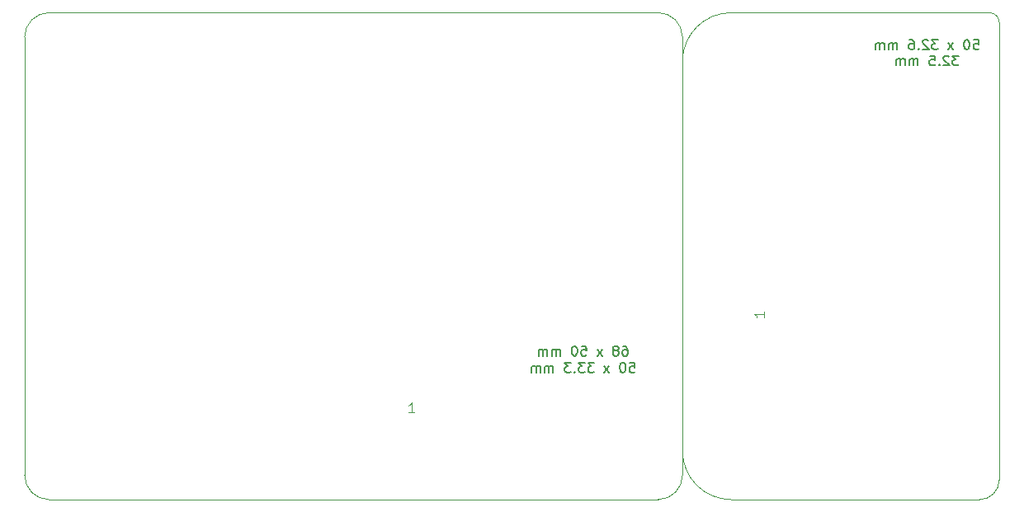
<source format=gbo>
G04 #@! TF.GenerationSoftware,KiCad,Pcbnew,(5.1.4)-1*
G04 #@! TF.CreationDate,2020-01-01T20:20:34-05:00*
G04 #@! TF.ProjectId,Board,426f6172-642e-46b6-9963-61645f706362,rev?*
G04 #@! TF.SameCoordinates,Original*
G04 #@! TF.FileFunction,Legend,Bot*
G04 #@! TF.FilePolarity,Positive*
%FSLAX46Y46*%
G04 Gerber Fmt 4.6, Leading zero omitted, Abs format (unit mm)*
G04 Created by KiCad (PCBNEW (5.1.4)-1) date 2020-01-01 20:20:34*
%MOMM*%
%LPD*%
G04 APERTURE LIST*
%ADD10C,0.150000*%
%ADD11C,0.200000*%
%ADD12C,0.050000*%
G04 APERTURE END LIST*
D10*
X192685714Y-61127380D02*
X193161904Y-61127380D01*
X193209523Y-61603571D01*
X193161904Y-61555952D01*
X193066666Y-61508333D01*
X192828571Y-61508333D01*
X192733333Y-61555952D01*
X192685714Y-61603571D01*
X192638095Y-61698809D01*
X192638095Y-61936904D01*
X192685714Y-62032142D01*
X192733333Y-62079761D01*
X192828571Y-62127380D01*
X193066666Y-62127380D01*
X193161904Y-62079761D01*
X193209523Y-62032142D01*
X192019047Y-61127380D02*
X191923809Y-61127380D01*
X191828571Y-61175000D01*
X191780952Y-61222619D01*
X191733333Y-61317857D01*
X191685714Y-61508333D01*
X191685714Y-61746428D01*
X191733333Y-61936904D01*
X191780952Y-62032142D01*
X191828571Y-62079761D01*
X191923809Y-62127380D01*
X192019047Y-62127380D01*
X192114285Y-62079761D01*
X192161904Y-62032142D01*
X192209523Y-61936904D01*
X192257142Y-61746428D01*
X192257142Y-61508333D01*
X192209523Y-61317857D01*
X192161904Y-61222619D01*
X192114285Y-61175000D01*
X192019047Y-61127380D01*
X190590476Y-62127380D02*
X190066666Y-61460714D01*
X190590476Y-61460714D02*
X190066666Y-62127380D01*
X189019047Y-61127380D02*
X188400000Y-61127380D01*
X188733333Y-61508333D01*
X188590476Y-61508333D01*
X188495238Y-61555952D01*
X188447619Y-61603571D01*
X188400000Y-61698809D01*
X188400000Y-61936904D01*
X188447619Y-62032142D01*
X188495238Y-62079761D01*
X188590476Y-62127380D01*
X188876190Y-62127380D01*
X188971428Y-62079761D01*
X189019047Y-62032142D01*
X188019047Y-61222619D02*
X187971428Y-61175000D01*
X187876190Y-61127380D01*
X187638095Y-61127380D01*
X187542857Y-61175000D01*
X187495238Y-61222619D01*
X187447619Y-61317857D01*
X187447619Y-61413095D01*
X187495238Y-61555952D01*
X188066666Y-62127380D01*
X187447619Y-62127380D01*
X187019047Y-62032142D02*
X186971428Y-62079761D01*
X187019047Y-62127380D01*
X187066666Y-62079761D01*
X187019047Y-62032142D01*
X187019047Y-62127380D01*
X186114285Y-61127380D02*
X186304761Y-61127380D01*
X186400000Y-61175000D01*
X186447619Y-61222619D01*
X186542857Y-61365476D01*
X186590476Y-61555952D01*
X186590476Y-61936904D01*
X186542857Y-62032142D01*
X186495238Y-62079761D01*
X186400000Y-62127380D01*
X186209523Y-62127380D01*
X186114285Y-62079761D01*
X186066666Y-62032142D01*
X186019047Y-61936904D01*
X186019047Y-61698809D01*
X186066666Y-61603571D01*
X186114285Y-61555952D01*
X186209523Y-61508333D01*
X186400000Y-61508333D01*
X186495238Y-61555952D01*
X186542857Y-61603571D01*
X186590476Y-61698809D01*
X184828571Y-62127380D02*
X184828571Y-61460714D01*
X184828571Y-61555952D02*
X184780952Y-61508333D01*
X184685714Y-61460714D01*
X184542857Y-61460714D01*
X184447619Y-61508333D01*
X184400000Y-61603571D01*
X184400000Y-62127380D01*
X184400000Y-61603571D02*
X184352380Y-61508333D01*
X184257142Y-61460714D01*
X184114285Y-61460714D01*
X184019047Y-61508333D01*
X183971428Y-61603571D01*
X183971428Y-62127380D01*
X183495238Y-62127380D02*
X183495238Y-61460714D01*
X183495238Y-61555952D02*
X183447619Y-61508333D01*
X183352380Y-61460714D01*
X183209523Y-61460714D01*
X183114285Y-61508333D01*
X183066666Y-61603571D01*
X183066666Y-62127380D01*
X183066666Y-61603571D02*
X183019047Y-61508333D01*
X182923809Y-61460714D01*
X182780952Y-61460714D01*
X182685714Y-61508333D01*
X182638095Y-61603571D01*
X182638095Y-62127380D01*
X191138095Y-62777380D02*
X190519047Y-62777380D01*
X190852380Y-63158333D01*
X190709523Y-63158333D01*
X190614285Y-63205952D01*
X190566666Y-63253571D01*
X190519047Y-63348809D01*
X190519047Y-63586904D01*
X190566666Y-63682142D01*
X190614285Y-63729761D01*
X190709523Y-63777380D01*
X190995238Y-63777380D01*
X191090476Y-63729761D01*
X191138095Y-63682142D01*
X190138095Y-62872619D02*
X190090476Y-62825000D01*
X189995238Y-62777380D01*
X189757142Y-62777380D01*
X189661904Y-62825000D01*
X189614285Y-62872619D01*
X189566666Y-62967857D01*
X189566666Y-63063095D01*
X189614285Y-63205952D01*
X190185714Y-63777380D01*
X189566666Y-63777380D01*
X189138095Y-63682142D02*
X189090476Y-63729761D01*
X189138095Y-63777380D01*
X189185714Y-63729761D01*
X189138095Y-63682142D01*
X189138095Y-63777380D01*
X188185714Y-62777380D02*
X188661904Y-62777380D01*
X188709523Y-63253571D01*
X188661904Y-63205952D01*
X188566666Y-63158333D01*
X188328571Y-63158333D01*
X188233333Y-63205952D01*
X188185714Y-63253571D01*
X188138095Y-63348809D01*
X188138095Y-63586904D01*
X188185714Y-63682142D01*
X188233333Y-63729761D01*
X188328571Y-63777380D01*
X188566666Y-63777380D01*
X188661904Y-63729761D01*
X188709523Y-63682142D01*
X186947619Y-63777380D02*
X186947619Y-63110714D01*
X186947619Y-63205952D02*
X186900000Y-63158333D01*
X186804761Y-63110714D01*
X186661904Y-63110714D01*
X186566666Y-63158333D01*
X186519047Y-63253571D01*
X186519047Y-63777380D01*
X186519047Y-63253571D02*
X186471428Y-63158333D01*
X186376190Y-63110714D01*
X186233333Y-63110714D01*
X186138095Y-63158333D01*
X186090476Y-63253571D01*
X186090476Y-63777380D01*
X185614285Y-63777380D02*
X185614285Y-63110714D01*
X185614285Y-63205952D02*
X185566666Y-63158333D01*
X185471428Y-63110714D01*
X185328571Y-63110714D01*
X185233333Y-63158333D01*
X185185714Y-63253571D01*
X185185714Y-63777380D01*
X185185714Y-63253571D02*
X185138095Y-63158333D01*
X185042857Y-63110714D01*
X184900000Y-63110714D01*
X184804761Y-63158333D01*
X184757142Y-63253571D01*
X184757142Y-63777380D01*
D11*
X156719047Y-92602380D02*
X156909523Y-92602380D01*
X157004761Y-92650000D01*
X157052380Y-92697619D01*
X157147619Y-92840476D01*
X157195238Y-93030952D01*
X157195238Y-93411904D01*
X157147619Y-93507142D01*
X157100000Y-93554761D01*
X157004761Y-93602380D01*
X156814285Y-93602380D01*
X156719047Y-93554761D01*
X156671428Y-93507142D01*
X156623809Y-93411904D01*
X156623809Y-93173809D01*
X156671428Y-93078571D01*
X156719047Y-93030952D01*
X156814285Y-92983333D01*
X157004761Y-92983333D01*
X157100000Y-93030952D01*
X157147619Y-93078571D01*
X157195238Y-93173809D01*
X156052380Y-93030952D02*
X156147619Y-92983333D01*
X156195238Y-92935714D01*
X156242857Y-92840476D01*
X156242857Y-92792857D01*
X156195238Y-92697619D01*
X156147619Y-92650000D01*
X156052380Y-92602380D01*
X155861904Y-92602380D01*
X155766666Y-92650000D01*
X155719047Y-92697619D01*
X155671428Y-92792857D01*
X155671428Y-92840476D01*
X155719047Y-92935714D01*
X155766666Y-92983333D01*
X155861904Y-93030952D01*
X156052380Y-93030952D01*
X156147619Y-93078571D01*
X156195238Y-93126190D01*
X156242857Y-93221428D01*
X156242857Y-93411904D01*
X156195238Y-93507142D01*
X156147619Y-93554761D01*
X156052380Y-93602380D01*
X155861904Y-93602380D01*
X155766666Y-93554761D01*
X155719047Y-93507142D01*
X155671428Y-93411904D01*
X155671428Y-93221428D01*
X155719047Y-93126190D01*
X155766666Y-93078571D01*
X155861904Y-93030952D01*
X154576190Y-93602380D02*
X154052380Y-92935714D01*
X154576190Y-92935714D02*
X154052380Y-93602380D01*
X152433333Y-92602380D02*
X152909523Y-92602380D01*
X152957142Y-93078571D01*
X152909523Y-93030952D01*
X152814285Y-92983333D01*
X152576190Y-92983333D01*
X152480952Y-93030952D01*
X152433333Y-93078571D01*
X152385714Y-93173809D01*
X152385714Y-93411904D01*
X152433333Y-93507142D01*
X152480952Y-93554761D01*
X152576190Y-93602380D01*
X152814285Y-93602380D01*
X152909523Y-93554761D01*
X152957142Y-93507142D01*
X151766666Y-92602380D02*
X151671428Y-92602380D01*
X151576190Y-92650000D01*
X151528571Y-92697619D01*
X151480952Y-92792857D01*
X151433333Y-92983333D01*
X151433333Y-93221428D01*
X151480952Y-93411904D01*
X151528571Y-93507142D01*
X151576190Y-93554761D01*
X151671428Y-93602380D01*
X151766666Y-93602380D01*
X151861904Y-93554761D01*
X151909523Y-93507142D01*
X151957142Y-93411904D01*
X152004761Y-93221428D01*
X152004761Y-92983333D01*
X151957142Y-92792857D01*
X151909523Y-92697619D01*
X151861904Y-92650000D01*
X151766666Y-92602380D01*
X150242857Y-93602380D02*
X150242857Y-92935714D01*
X150242857Y-93030952D02*
X150195238Y-92983333D01*
X150100000Y-92935714D01*
X149957142Y-92935714D01*
X149861904Y-92983333D01*
X149814285Y-93078571D01*
X149814285Y-93602380D01*
X149814285Y-93078571D02*
X149766666Y-92983333D01*
X149671428Y-92935714D01*
X149528571Y-92935714D01*
X149433333Y-92983333D01*
X149385714Y-93078571D01*
X149385714Y-93602380D01*
X148909523Y-93602380D02*
X148909523Y-92935714D01*
X148909523Y-93030952D02*
X148861904Y-92983333D01*
X148766666Y-92935714D01*
X148623809Y-92935714D01*
X148528571Y-92983333D01*
X148480952Y-93078571D01*
X148480952Y-93602380D01*
X148480952Y-93078571D02*
X148433333Y-92983333D01*
X148338095Y-92935714D01*
X148195238Y-92935714D01*
X148100000Y-92983333D01*
X148052380Y-93078571D01*
X148052380Y-93602380D01*
X157385714Y-94302380D02*
X157861904Y-94302380D01*
X157909523Y-94778571D01*
X157861904Y-94730952D01*
X157766666Y-94683333D01*
X157528571Y-94683333D01*
X157433333Y-94730952D01*
X157385714Y-94778571D01*
X157338095Y-94873809D01*
X157338095Y-95111904D01*
X157385714Y-95207142D01*
X157433333Y-95254761D01*
X157528571Y-95302380D01*
X157766666Y-95302380D01*
X157861904Y-95254761D01*
X157909523Y-95207142D01*
X156719047Y-94302380D02*
X156623809Y-94302380D01*
X156528571Y-94350000D01*
X156480952Y-94397619D01*
X156433333Y-94492857D01*
X156385714Y-94683333D01*
X156385714Y-94921428D01*
X156433333Y-95111904D01*
X156480952Y-95207142D01*
X156528571Y-95254761D01*
X156623809Y-95302380D01*
X156719047Y-95302380D01*
X156814285Y-95254761D01*
X156861904Y-95207142D01*
X156909523Y-95111904D01*
X156957142Y-94921428D01*
X156957142Y-94683333D01*
X156909523Y-94492857D01*
X156861904Y-94397619D01*
X156814285Y-94350000D01*
X156719047Y-94302380D01*
X155290476Y-95302380D02*
X154766666Y-94635714D01*
X155290476Y-94635714D02*
X154766666Y-95302380D01*
X153719047Y-94302380D02*
X153100000Y-94302380D01*
X153433333Y-94683333D01*
X153290476Y-94683333D01*
X153195238Y-94730952D01*
X153147619Y-94778571D01*
X153100000Y-94873809D01*
X153100000Y-95111904D01*
X153147619Y-95207142D01*
X153195238Y-95254761D01*
X153290476Y-95302380D01*
X153576190Y-95302380D01*
X153671428Y-95254761D01*
X153719047Y-95207142D01*
X152766666Y-94302380D02*
X152147619Y-94302380D01*
X152480952Y-94683333D01*
X152338095Y-94683333D01*
X152242857Y-94730952D01*
X152195238Y-94778571D01*
X152147619Y-94873809D01*
X152147619Y-95111904D01*
X152195238Y-95207142D01*
X152242857Y-95254761D01*
X152338095Y-95302380D01*
X152623809Y-95302380D01*
X152719047Y-95254761D01*
X152766666Y-95207142D01*
X151719047Y-95207142D02*
X151671428Y-95254761D01*
X151719047Y-95302380D01*
X151766666Y-95254761D01*
X151719047Y-95207142D01*
X151719047Y-95302380D01*
X151338095Y-94302380D02*
X150719047Y-94302380D01*
X151052380Y-94683333D01*
X150909523Y-94683333D01*
X150814285Y-94730952D01*
X150766666Y-94778571D01*
X150719047Y-94873809D01*
X150719047Y-95111904D01*
X150766666Y-95207142D01*
X150814285Y-95254761D01*
X150909523Y-95302380D01*
X151195238Y-95302380D01*
X151290476Y-95254761D01*
X151338095Y-95207142D01*
X149528571Y-95302380D02*
X149528571Y-94635714D01*
X149528571Y-94730952D02*
X149480952Y-94683333D01*
X149385714Y-94635714D01*
X149242857Y-94635714D01*
X149147619Y-94683333D01*
X149100000Y-94778571D01*
X149100000Y-95302380D01*
X149100000Y-94778571D02*
X149052380Y-94683333D01*
X148957142Y-94635714D01*
X148814285Y-94635714D01*
X148719047Y-94683333D01*
X148671428Y-94778571D01*
X148671428Y-95302380D01*
X148195238Y-95302380D02*
X148195238Y-94635714D01*
X148195238Y-94730952D02*
X148147619Y-94683333D01*
X148052380Y-94635714D01*
X147909523Y-94635714D01*
X147814285Y-94683333D01*
X147766666Y-94778571D01*
X147766666Y-95302380D01*
X147766666Y-94778571D02*
X147719047Y-94683333D01*
X147623809Y-94635714D01*
X147480952Y-94635714D01*
X147385714Y-94683333D01*
X147338095Y-94778571D01*
X147338095Y-95302380D01*
D12*
X162800000Y-63360000D02*
X162800000Y-103360000D01*
X194300000Y-58360000D02*
X167800000Y-58360000D01*
X195300000Y-106360000D02*
X195300000Y-59360000D01*
X193300000Y-108360000D02*
X167800000Y-108360000D01*
X97800000Y-58360000D02*
X160300000Y-58360000D01*
X95300000Y-105860000D02*
X95300000Y-60860000D01*
X160300000Y-108360000D02*
X97800000Y-108360000D01*
X162800000Y-105860000D02*
X162800000Y-103360000D01*
X162800000Y-60860000D02*
X162800000Y-63360000D01*
X95300000Y-60860000D02*
G75*
G02X97800000Y-58360000I2500000J0D01*
G01*
X162800000Y-63360000D02*
G75*
G02X167800000Y-58360000I5000000J0D01*
G01*
X167800000Y-108360000D02*
G75*
G02X162800000Y-103360000I0J5000000D01*
G01*
X195300000Y-106360000D02*
G75*
G02X193300000Y-108360000I-2000000J0D01*
G01*
X194300000Y-58360000D02*
G75*
G02X195300000Y-59360000I0J-1000000D01*
G01*
X162800000Y-105860000D02*
G75*
G02X160300000Y-108360000I-2500000J0D01*
G01*
X97800000Y-108360000D02*
G75*
G02X95300000Y-105860000I0J2500000D01*
G01*
X160300000Y-58360000D02*
G75*
G02X162800000Y-60860000I0J-2500000D01*
G01*
X135285714Y-99412380D02*
X134714285Y-99412380D01*
X135000000Y-99412380D02*
X135000000Y-98412380D01*
X134904761Y-98555238D01*
X134809523Y-98650476D01*
X134714285Y-98698095D01*
X171152380Y-89044285D02*
X171152380Y-89615714D01*
X171152380Y-89330000D02*
X170152380Y-89330000D01*
X170295238Y-89425238D01*
X170390476Y-89520476D01*
X170438095Y-89615714D01*
M02*

</source>
